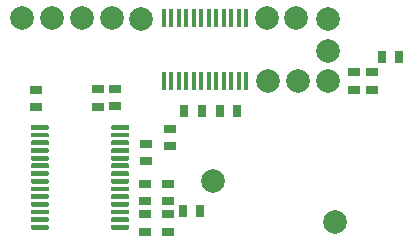
<source format=gbr>
G04 #@! TF.GenerationSoftware,KiCad,Pcbnew,(5.1.5-0-10_14)*
G04 #@! TF.CreationDate,2021-12-27T21:36:10+00:00*
G04 #@! TF.ProjectId,receiver,72656365-6976-4657-922e-6b696361645f,rev?*
G04 #@! TF.SameCoordinates,Original*
G04 #@! TF.FileFunction,Paste,Top*
G04 #@! TF.FilePolarity,Positive*
%FSLAX46Y46*%
G04 Gerber Fmt 4.6, Leading zero omitted, Abs format (unit mm)*
G04 Created by KiCad (PCBNEW (5.1.5-0-10_14)) date 2021-12-27 21:36:10*
%MOMM*%
%LPD*%
G04 APERTURE LIST*
%ADD10R,1.000000X0.700000*%
%ADD11R,0.400000X1.600000*%
%ADD12C,2.000000*%
%ADD13R,0.700000X1.000000*%
%ADD14C,0.100000*%
G04 APERTURE END LIST*
D10*
X44000000Y-175410000D03*
X44000000Y-176910000D03*
D11*
X48100000Y-169452000D03*
X48735000Y-169452000D03*
X49370000Y-169452000D03*
X50005000Y-169452000D03*
X50640000Y-169452000D03*
X51275000Y-169452000D03*
X51910000Y-169452000D03*
X52545000Y-169452000D03*
X53180000Y-169452000D03*
X53815000Y-169452000D03*
X54450000Y-169452000D03*
X55100000Y-169452000D03*
X55085000Y-174752000D03*
X54450000Y-174752000D03*
X53815000Y-174752000D03*
X53180000Y-174752000D03*
X52545000Y-174752000D03*
X51910000Y-174752000D03*
X51275000Y-174752000D03*
X50640000Y-174752000D03*
X50005000Y-174752000D03*
X49370000Y-174752000D03*
X48735000Y-174752000D03*
X48100000Y-174752000D03*
D12*
X61976000Y-172212000D03*
X61976000Y-174752000D03*
X61976000Y-169500000D03*
D13*
X68048000Y-172720000D03*
X66548000Y-172720000D03*
D12*
X36068000Y-169418000D03*
X52260000Y-183210000D03*
X62610000Y-186710000D03*
X56896000Y-174752000D03*
X59436000Y-174752000D03*
X56850000Y-169440000D03*
X59330000Y-169450000D03*
X46170000Y-169490000D03*
X41148000Y-169418000D03*
X38608000Y-169418000D03*
X43688000Y-169418000D03*
D13*
X54332000Y-177292000D03*
X52832000Y-177292000D03*
D10*
X64190000Y-175540000D03*
X64190000Y-174040000D03*
X65720000Y-175510000D03*
X65720000Y-174010000D03*
X42490000Y-175450000D03*
X42490000Y-176950000D03*
X46630000Y-180080000D03*
X46630000Y-181580000D03*
X46550000Y-186060000D03*
X46550000Y-187560000D03*
D13*
X49690000Y-185810000D03*
X51190000Y-185810000D03*
D10*
X48450000Y-184950000D03*
X48450000Y-183450000D03*
X48600000Y-178800000D03*
X48600000Y-180300000D03*
X48420000Y-187550000D03*
X48420000Y-186050000D03*
X46550000Y-183450000D03*
X46550000Y-184950000D03*
D13*
X49808000Y-177292000D03*
X51308000Y-177292000D03*
D10*
X37250000Y-175500000D03*
X37250000Y-177000000D03*
D14*
G36*
X38259802Y-186950482D02*
G01*
X38269509Y-186951921D01*
X38279028Y-186954306D01*
X38288268Y-186957612D01*
X38297140Y-186961808D01*
X38305557Y-186966853D01*
X38313439Y-186972699D01*
X38320711Y-186979289D01*
X38327301Y-186986561D01*
X38333147Y-186994443D01*
X38338192Y-187002860D01*
X38342388Y-187011732D01*
X38345694Y-187020972D01*
X38348079Y-187030491D01*
X38349518Y-187040198D01*
X38350000Y-187050000D01*
X38350000Y-187250000D01*
X38349518Y-187259802D01*
X38348079Y-187269509D01*
X38345694Y-187279028D01*
X38342388Y-187288268D01*
X38338192Y-187297140D01*
X38333147Y-187305557D01*
X38327301Y-187313439D01*
X38320711Y-187320711D01*
X38313439Y-187327301D01*
X38305557Y-187333147D01*
X38297140Y-187338192D01*
X38288268Y-187342388D01*
X38279028Y-187345694D01*
X38269509Y-187348079D01*
X38259802Y-187349518D01*
X38250000Y-187350000D01*
X36950000Y-187350000D01*
X36940198Y-187349518D01*
X36930491Y-187348079D01*
X36920972Y-187345694D01*
X36911732Y-187342388D01*
X36902860Y-187338192D01*
X36894443Y-187333147D01*
X36886561Y-187327301D01*
X36879289Y-187320711D01*
X36872699Y-187313439D01*
X36866853Y-187305557D01*
X36861808Y-187297140D01*
X36857612Y-187288268D01*
X36854306Y-187279028D01*
X36851921Y-187269509D01*
X36850482Y-187259802D01*
X36850000Y-187250000D01*
X36850000Y-187050000D01*
X36850482Y-187040198D01*
X36851921Y-187030491D01*
X36854306Y-187020972D01*
X36857612Y-187011732D01*
X36861808Y-187002860D01*
X36866853Y-186994443D01*
X36872699Y-186986561D01*
X36879289Y-186979289D01*
X36886561Y-186972699D01*
X36894443Y-186966853D01*
X36902860Y-186961808D01*
X36911732Y-186957612D01*
X36920972Y-186954306D01*
X36930491Y-186951921D01*
X36940198Y-186950482D01*
X36950000Y-186950000D01*
X38250000Y-186950000D01*
X38259802Y-186950482D01*
G37*
G36*
X38259802Y-186300482D02*
G01*
X38269509Y-186301921D01*
X38279028Y-186304306D01*
X38288268Y-186307612D01*
X38297140Y-186311808D01*
X38305557Y-186316853D01*
X38313439Y-186322699D01*
X38320711Y-186329289D01*
X38327301Y-186336561D01*
X38333147Y-186344443D01*
X38338192Y-186352860D01*
X38342388Y-186361732D01*
X38345694Y-186370972D01*
X38348079Y-186380491D01*
X38349518Y-186390198D01*
X38350000Y-186400000D01*
X38350000Y-186600000D01*
X38349518Y-186609802D01*
X38348079Y-186619509D01*
X38345694Y-186629028D01*
X38342388Y-186638268D01*
X38338192Y-186647140D01*
X38333147Y-186655557D01*
X38327301Y-186663439D01*
X38320711Y-186670711D01*
X38313439Y-186677301D01*
X38305557Y-186683147D01*
X38297140Y-186688192D01*
X38288268Y-186692388D01*
X38279028Y-186695694D01*
X38269509Y-186698079D01*
X38259802Y-186699518D01*
X38250000Y-186700000D01*
X36950000Y-186700000D01*
X36940198Y-186699518D01*
X36930491Y-186698079D01*
X36920972Y-186695694D01*
X36911732Y-186692388D01*
X36902860Y-186688192D01*
X36894443Y-186683147D01*
X36886561Y-186677301D01*
X36879289Y-186670711D01*
X36872699Y-186663439D01*
X36866853Y-186655557D01*
X36861808Y-186647140D01*
X36857612Y-186638268D01*
X36854306Y-186629028D01*
X36851921Y-186619509D01*
X36850482Y-186609802D01*
X36850000Y-186600000D01*
X36850000Y-186400000D01*
X36850482Y-186390198D01*
X36851921Y-186380491D01*
X36854306Y-186370972D01*
X36857612Y-186361732D01*
X36861808Y-186352860D01*
X36866853Y-186344443D01*
X36872699Y-186336561D01*
X36879289Y-186329289D01*
X36886561Y-186322699D01*
X36894443Y-186316853D01*
X36902860Y-186311808D01*
X36911732Y-186307612D01*
X36920972Y-186304306D01*
X36930491Y-186301921D01*
X36940198Y-186300482D01*
X36950000Y-186300000D01*
X38250000Y-186300000D01*
X38259802Y-186300482D01*
G37*
G36*
X38259802Y-185650482D02*
G01*
X38269509Y-185651921D01*
X38279028Y-185654306D01*
X38288268Y-185657612D01*
X38297140Y-185661808D01*
X38305557Y-185666853D01*
X38313439Y-185672699D01*
X38320711Y-185679289D01*
X38327301Y-185686561D01*
X38333147Y-185694443D01*
X38338192Y-185702860D01*
X38342388Y-185711732D01*
X38345694Y-185720972D01*
X38348079Y-185730491D01*
X38349518Y-185740198D01*
X38350000Y-185750000D01*
X38350000Y-185950000D01*
X38349518Y-185959802D01*
X38348079Y-185969509D01*
X38345694Y-185979028D01*
X38342388Y-185988268D01*
X38338192Y-185997140D01*
X38333147Y-186005557D01*
X38327301Y-186013439D01*
X38320711Y-186020711D01*
X38313439Y-186027301D01*
X38305557Y-186033147D01*
X38297140Y-186038192D01*
X38288268Y-186042388D01*
X38279028Y-186045694D01*
X38269509Y-186048079D01*
X38259802Y-186049518D01*
X38250000Y-186050000D01*
X36950000Y-186050000D01*
X36940198Y-186049518D01*
X36930491Y-186048079D01*
X36920972Y-186045694D01*
X36911732Y-186042388D01*
X36902860Y-186038192D01*
X36894443Y-186033147D01*
X36886561Y-186027301D01*
X36879289Y-186020711D01*
X36872699Y-186013439D01*
X36866853Y-186005557D01*
X36861808Y-185997140D01*
X36857612Y-185988268D01*
X36854306Y-185979028D01*
X36851921Y-185969509D01*
X36850482Y-185959802D01*
X36850000Y-185950000D01*
X36850000Y-185750000D01*
X36850482Y-185740198D01*
X36851921Y-185730491D01*
X36854306Y-185720972D01*
X36857612Y-185711732D01*
X36861808Y-185702860D01*
X36866853Y-185694443D01*
X36872699Y-185686561D01*
X36879289Y-185679289D01*
X36886561Y-185672699D01*
X36894443Y-185666853D01*
X36902860Y-185661808D01*
X36911732Y-185657612D01*
X36920972Y-185654306D01*
X36930491Y-185651921D01*
X36940198Y-185650482D01*
X36950000Y-185650000D01*
X38250000Y-185650000D01*
X38259802Y-185650482D01*
G37*
G36*
X38259802Y-185000482D02*
G01*
X38269509Y-185001921D01*
X38279028Y-185004306D01*
X38288268Y-185007612D01*
X38297140Y-185011808D01*
X38305557Y-185016853D01*
X38313439Y-185022699D01*
X38320711Y-185029289D01*
X38327301Y-185036561D01*
X38333147Y-185044443D01*
X38338192Y-185052860D01*
X38342388Y-185061732D01*
X38345694Y-185070972D01*
X38348079Y-185080491D01*
X38349518Y-185090198D01*
X38350000Y-185100000D01*
X38350000Y-185300000D01*
X38349518Y-185309802D01*
X38348079Y-185319509D01*
X38345694Y-185329028D01*
X38342388Y-185338268D01*
X38338192Y-185347140D01*
X38333147Y-185355557D01*
X38327301Y-185363439D01*
X38320711Y-185370711D01*
X38313439Y-185377301D01*
X38305557Y-185383147D01*
X38297140Y-185388192D01*
X38288268Y-185392388D01*
X38279028Y-185395694D01*
X38269509Y-185398079D01*
X38259802Y-185399518D01*
X38250000Y-185400000D01*
X36950000Y-185400000D01*
X36940198Y-185399518D01*
X36930491Y-185398079D01*
X36920972Y-185395694D01*
X36911732Y-185392388D01*
X36902860Y-185388192D01*
X36894443Y-185383147D01*
X36886561Y-185377301D01*
X36879289Y-185370711D01*
X36872699Y-185363439D01*
X36866853Y-185355557D01*
X36861808Y-185347140D01*
X36857612Y-185338268D01*
X36854306Y-185329028D01*
X36851921Y-185319509D01*
X36850482Y-185309802D01*
X36850000Y-185300000D01*
X36850000Y-185100000D01*
X36850482Y-185090198D01*
X36851921Y-185080491D01*
X36854306Y-185070972D01*
X36857612Y-185061732D01*
X36861808Y-185052860D01*
X36866853Y-185044443D01*
X36872699Y-185036561D01*
X36879289Y-185029289D01*
X36886561Y-185022699D01*
X36894443Y-185016853D01*
X36902860Y-185011808D01*
X36911732Y-185007612D01*
X36920972Y-185004306D01*
X36930491Y-185001921D01*
X36940198Y-185000482D01*
X36950000Y-185000000D01*
X38250000Y-185000000D01*
X38259802Y-185000482D01*
G37*
G36*
X38259802Y-184350482D02*
G01*
X38269509Y-184351921D01*
X38279028Y-184354306D01*
X38288268Y-184357612D01*
X38297140Y-184361808D01*
X38305557Y-184366853D01*
X38313439Y-184372699D01*
X38320711Y-184379289D01*
X38327301Y-184386561D01*
X38333147Y-184394443D01*
X38338192Y-184402860D01*
X38342388Y-184411732D01*
X38345694Y-184420972D01*
X38348079Y-184430491D01*
X38349518Y-184440198D01*
X38350000Y-184450000D01*
X38350000Y-184650000D01*
X38349518Y-184659802D01*
X38348079Y-184669509D01*
X38345694Y-184679028D01*
X38342388Y-184688268D01*
X38338192Y-184697140D01*
X38333147Y-184705557D01*
X38327301Y-184713439D01*
X38320711Y-184720711D01*
X38313439Y-184727301D01*
X38305557Y-184733147D01*
X38297140Y-184738192D01*
X38288268Y-184742388D01*
X38279028Y-184745694D01*
X38269509Y-184748079D01*
X38259802Y-184749518D01*
X38250000Y-184750000D01*
X36950000Y-184750000D01*
X36940198Y-184749518D01*
X36930491Y-184748079D01*
X36920972Y-184745694D01*
X36911732Y-184742388D01*
X36902860Y-184738192D01*
X36894443Y-184733147D01*
X36886561Y-184727301D01*
X36879289Y-184720711D01*
X36872699Y-184713439D01*
X36866853Y-184705557D01*
X36861808Y-184697140D01*
X36857612Y-184688268D01*
X36854306Y-184679028D01*
X36851921Y-184669509D01*
X36850482Y-184659802D01*
X36850000Y-184650000D01*
X36850000Y-184450000D01*
X36850482Y-184440198D01*
X36851921Y-184430491D01*
X36854306Y-184420972D01*
X36857612Y-184411732D01*
X36861808Y-184402860D01*
X36866853Y-184394443D01*
X36872699Y-184386561D01*
X36879289Y-184379289D01*
X36886561Y-184372699D01*
X36894443Y-184366853D01*
X36902860Y-184361808D01*
X36911732Y-184357612D01*
X36920972Y-184354306D01*
X36930491Y-184351921D01*
X36940198Y-184350482D01*
X36950000Y-184350000D01*
X38250000Y-184350000D01*
X38259802Y-184350482D01*
G37*
G36*
X38259802Y-183700482D02*
G01*
X38269509Y-183701921D01*
X38279028Y-183704306D01*
X38288268Y-183707612D01*
X38297140Y-183711808D01*
X38305557Y-183716853D01*
X38313439Y-183722699D01*
X38320711Y-183729289D01*
X38327301Y-183736561D01*
X38333147Y-183744443D01*
X38338192Y-183752860D01*
X38342388Y-183761732D01*
X38345694Y-183770972D01*
X38348079Y-183780491D01*
X38349518Y-183790198D01*
X38350000Y-183800000D01*
X38350000Y-184000000D01*
X38349518Y-184009802D01*
X38348079Y-184019509D01*
X38345694Y-184029028D01*
X38342388Y-184038268D01*
X38338192Y-184047140D01*
X38333147Y-184055557D01*
X38327301Y-184063439D01*
X38320711Y-184070711D01*
X38313439Y-184077301D01*
X38305557Y-184083147D01*
X38297140Y-184088192D01*
X38288268Y-184092388D01*
X38279028Y-184095694D01*
X38269509Y-184098079D01*
X38259802Y-184099518D01*
X38250000Y-184100000D01*
X36950000Y-184100000D01*
X36940198Y-184099518D01*
X36930491Y-184098079D01*
X36920972Y-184095694D01*
X36911732Y-184092388D01*
X36902860Y-184088192D01*
X36894443Y-184083147D01*
X36886561Y-184077301D01*
X36879289Y-184070711D01*
X36872699Y-184063439D01*
X36866853Y-184055557D01*
X36861808Y-184047140D01*
X36857612Y-184038268D01*
X36854306Y-184029028D01*
X36851921Y-184019509D01*
X36850482Y-184009802D01*
X36850000Y-184000000D01*
X36850000Y-183800000D01*
X36850482Y-183790198D01*
X36851921Y-183780491D01*
X36854306Y-183770972D01*
X36857612Y-183761732D01*
X36861808Y-183752860D01*
X36866853Y-183744443D01*
X36872699Y-183736561D01*
X36879289Y-183729289D01*
X36886561Y-183722699D01*
X36894443Y-183716853D01*
X36902860Y-183711808D01*
X36911732Y-183707612D01*
X36920972Y-183704306D01*
X36930491Y-183701921D01*
X36940198Y-183700482D01*
X36950000Y-183700000D01*
X38250000Y-183700000D01*
X38259802Y-183700482D01*
G37*
G36*
X38259802Y-183050482D02*
G01*
X38269509Y-183051921D01*
X38279028Y-183054306D01*
X38288268Y-183057612D01*
X38297140Y-183061808D01*
X38305557Y-183066853D01*
X38313439Y-183072699D01*
X38320711Y-183079289D01*
X38327301Y-183086561D01*
X38333147Y-183094443D01*
X38338192Y-183102860D01*
X38342388Y-183111732D01*
X38345694Y-183120972D01*
X38348079Y-183130491D01*
X38349518Y-183140198D01*
X38350000Y-183150000D01*
X38350000Y-183350000D01*
X38349518Y-183359802D01*
X38348079Y-183369509D01*
X38345694Y-183379028D01*
X38342388Y-183388268D01*
X38338192Y-183397140D01*
X38333147Y-183405557D01*
X38327301Y-183413439D01*
X38320711Y-183420711D01*
X38313439Y-183427301D01*
X38305557Y-183433147D01*
X38297140Y-183438192D01*
X38288268Y-183442388D01*
X38279028Y-183445694D01*
X38269509Y-183448079D01*
X38259802Y-183449518D01*
X38250000Y-183450000D01*
X36950000Y-183450000D01*
X36940198Y-183449518D01*
X36930491Y-183448079D01*
X36920972Y-183445694D01*
X36911732Y-183442388D01*
X36902860Y-183438192D01*
X36894443Y-183433147D01*
X36886561Y-183427301D01*
X36879289Y-183420711D01*
X36872699Y-183413439D01*
X36866853Y-183405557D01*
X36861808Y-183397140D01*
X36857612Y-183388268D01*
X36854306Y-183379028D01*
X36851921Y-183369509D01*
X36850482Y-183359802D01*
X36850000Y-183350000D01*
X36850000Y-183150000D01*
X36850482Y-183140198D01*
X36851921Y-183130491D01*
X36854306Y-183120972D01*
X36857612Y-183111732D01*
X36861808Y-183102860D01*
X36866853Y-183094443D01*
X36872699Y-183086561D01*
X36879289Y-183079289D01*
X36886561Y-183072699D01*
X36894443Y-183066853D01*
X36902860Y-183061808D01*
X36911732Y-183057612D01*
X36920972Y-183054306D01*
X36930491Y-183051921D01*
X36940198Y-183050482D01*
X36950000Y-183050000D01*
X38250000Y-183050000D01*
X38259802Y-183050482D01*
G37*
G36*
X38259802Y-182400482D02*
G01*
X38269509Y-182401921D01*
X38279028Y-182404306D01*
X38288268Y-182407612D01*
X38297140Y-182411808D01*
X38305557Y-182416853D01*
X38313439Y-182422699D01*
X38320711Y-182429289D01*
X38327301Y-182436561D01*
X38333147Y-182444443D01*
X38338192Y-182452860D01*
X38342388Y-182461732D01*
X38345694Y-182470972D01*
X38348079Y-182480491D01*
X38349518Y-182490198D01*
X38350000Y-182500000D01*
X38350000Y-182700000D01*
X38349518Y-182709802D01*
X38348079Y-182719509D01*
X38345694Y-182729028D01*
X38342388Y-182738268D01*
X38338192Y-182747140D01*
X38333147Y-182755557D01*
X38327301Y-182763439D01*
X38320711Y-182770711D01*
X38313439Y-182777301D01*
X38305557Y-182783147D01*
X38297140Y-182788192D01*
X38288268Y-182792388D01*
X38279028Y-182795694D01*
X38269509Y-182798079D01*
X38259802Y-182799518D01*
X38250000Y-182800000D01*
X36950000Y-182800000D01*
X36940198Y-182799518D01*
X36930491Y-182798079D01*
X36920972Y-182795694D01*
X36911732Y-182792388D01*
X36902860Y-182788192D01*
X36894443Y-182783147D01*
X36886561Y-182777301D01*
X36879289Y-182770711D01*
X36872699Y-182763439D01*
X36866853Y-182755557D01*
X36861808Y-182747140D01*
X36857612Y-182738268D01*
X36854306Y-182729028D01*
X36851921Y-182719509D01*
X36850482Y-182709802D01*
X36850000Y-182700000D01*
X36850000Y-182500000D01*
X36850482Y-182490198D01*
X36851921Y-182480491D01*
X36854306Y-182470972D01*
X36857612Y-182461732D01*
X36861808Y-182452860D01*
X36866853Y-182444443D01*
X36872699Y-182436561D01*
X36879289Y-182429289D01*
X36886561Y-182422699D01*
X36894443Y-182416853D01*
X36902860Y-182411808D01*
X36911732Y-182407612D01*
X36920972Y-182404306D01*
X36930491Y-182401921D01*
X36940198Y-182400482D01*
X36950000Y-182400000D01*
X38250000Y-182400000D01*
X38259802Y-182400482D01*
G37*
G36*
X38259802Y-181750482D02*
G01*
X38269509Y-181751921D01*
X38279028Y-181754306D01*
X38288268Y-181757612D01*
X38297140Y-181761808D01*
X38305557Y-181766853D01*
X38313439Y-181772699D01*
X38320711Y-181779289D01*
X38327301Y-181786561D01*
X38333147Y-181794443D01*
X38338192Y-181802860D01*
X38342388Y-181811732D01*
X38345694Y-181820972D01*
X38348079Y-181830491D01*
X38349518Y-181840198D01*
X38350000Y-181850000D01*
X38350000Y-182050000D01*
X38349518Y-182059802D01*
X38348079Y-182069509D01*
X38345694Y-182079028D01*
X38342388Y-182088268D01*
X38338192Y-182097140D01*
X38333147Y-182105557D01*
X38327301Y-182113439D01*
X38320711Y-182120711D01*
X38313439Y-182127301D01*
X38305557Y-182133147D01*
X38297140Y-182138192D01*
X38288268Y-182142388D01*
X38279028Y-182145694D01*
X38269509Y-182148079D01*
X38259802Y-182149518D01*
X38250000Y-182150000D01*
X36950000Y-182150000D01*
X36940198Y-182149518D01*
X36930491Y-182148079D01*
X36920972Y-182145694D01*
X36911732Y-182142388D01*
X36902860Y-182138192D01*
X36894443Y-182133147D01*
X36886561Y-182127301D01*
X36879289Y-182120711D01*
X36872699Y-182113439D01*
X36866853Y-182105557D01*
X36861808Y-182097140D01*
X36857612Y-182088268D01*
X36854306Y-182079028D01*
X36851921Y-182069509D01*
X36850482Y-182059802D01*
X36850000Y-182050000D01*
X36850000Y-181850000D01*
X36850482Y-181840198D01*
X36851921Y-181830491D01*
X36854306Y-181820972D01*
X36857612Y-181811732D01*
X36861808Y-181802860D01*
X36866853Y-181794443D01*
X36872699Y-181786561D01*
X36879289Y-181779289D01*
X36886561Y-181772699D01*
X36894443Y-181766853D01*
X36902860Y-181761808D01*
X36911732Y-181757612D01*
X36920972Y-181754306D01*
X36930491Y-181751921D01*
X36940198Y-181750482D01*
X36950000Y-181750000D01*
X38250000Y-181750000D01*
X38259802Y-181750482D01*
G37*
G36*
X38259802Y-181100482D02*
G01*
X38269509Y-181101921D01*
X38279028Y-181104306D01*
X38288268Y-181107612D01*
X38297140Y-181111808D01*
X38305557Y-181116853D01*
X38313439Y-181122699D01*
X38320711Y-181129289D01*
X38327301Y-181136561D01*
X38333147Y-181144443D01*
X38338192Y-181152860D01*
X38342388Y-181161732D01*
X38345694Y-181170972D01*
X38348079Y-181180491D01*
X38349518Y-181190198D01*
X38350000Y-181200000D01*
X38350000Y-181400000D01*
X38349518Y-181409802D01*
X38348079Y-181419509D01*
X38345694Y-181429028D01*
X38342388Y-181438268D01*
X38338192Y-181447140D01*
X38333147Y-181455557D01*
X38327301Y-181463439D01*
X38320711Y-181470711D01*
X38313439Y-181477301D01*
X38305557Y-181483147D01*
X38297140Y-181488192D01*
X38288268Y-181492388D01*
X38279028Y-181495694D01*
X38269509Y-181498079D01*
X38259802Y-181499518D01*
X38250000Y-181500000D01*
X36950000Y-181500000D01*
X36940198Y-181499518D01*
X36930491Y-181498079D01*
X36920972Y-181495694D01*
X36911732Y-181492388D01*
X36902860Y-181488192D01*
X36894443Y-181483147D01*
X36886561Y-181477301D01*
X36879289Y-181470711D01*
X36872699Y-181463439D01*
X36866853Y-181455557D01*
X36861808Y-181447140D01*
X36857612Y-181438268D01*
X36854306Y-181429028D01*
X36851921Y-181419509D01*
X36850482Y-181409802D01*
X36850000Y-181400000D01*
X36850000Y-181200000D01*
X36850482Y-181190198D01*
X36851921Y-181180491D01*
X36854306Y-181170972D01*
X36857612Y-181161732D01*
X36861808Y-181152860D01*
X36866853Y-181144443D01*
X36872699Y-181136561D01*
X36879289Y-181129289D01*
X36886561Y-181122699D01*
X36894443Y-181116853D01*
X36902860Y-181111808D01*
X36911732Y-181107612D01*
X36920972Y-181104306D01*
X36930491Y-181101921D01*
X36940198Y-181100482D01*
X36950000Y-181100000D01*
X38250000Y-181100000D01*
X38259802Y-181100482D01*
G37*
G36*
X38259802Y-180450482D02*
G01*
X38269509Y-180451921D01*
X38279028Y-180454306D01*
X38288268Y-180457612D01*
X38297140Y-180461808D01*
X38305557Y-180466853D01*
X38313439Y-180472699D01*
X38320711Y-180479289D01*
X38327301Y-180486561D01*
X38333147Y-180494443D01*
X38338192Y-180502860D01*
X38342388Y-180511732D01*
X38345694Y-180520972D01*
X38348079Y-180530491D01*
X38349518Y-180540198D01*
X38350000Y-180550000D01*
X38350000Y-180750000D01*
X38349518Y-180759802D01*
X38348079Y-180769509D01*
X38345694Y-180779028D01*
X38342388Y-180788268D01*
X38338192Y-180797140D01*
X38333147Y-180805557D01*
X38327301Y-180813439D01*
X38320711Y-180820711D01*
X38313439Y-180827301D01*
X38305557Y-180833147D01*
X38297140Y-180838192D01*
X38288268Y-180842388D01*
X38279028Y-180845694D01*
X38269509Y-180848079D01*
X38259802Y-180849518D01*
X38250000Y-180850000D01*
X36950000Y-180850000D01*
X36940198Y-180849518D01*
X36930491Y-180848079D01*
X36920972Y-180845694D01*
X36911732Y-180842388D01*
X36902860Y-180838192D01*
X36894443Y-180833147D01*
X36886561Y-180827301D01*
X36879289Y-180820711D01*
X36872699Y-180813439D01*
X36866853Y-180805557D01*
X36861808Y-180797140D01*
X36857612Y-180788268D01*
X36854306Y-180779028D01*
X36851921Y-180769509D01*
X36850482Y-180759802D01*
X36850000Y-180750000D01*
X36850000Y-180550000D01*
X36850482Y-180540198D01*
X36851921Y-180530491D01*
X36854306Y-180520972D01*
X36857612Y-180511732D01*
X36861808Y-180502860D01*
X36866853Y-180494443D01*
X36872699Y-180486561D01*
X36879289Y-180479289D01*
X36886561Y-180472699D01*
X36894443Y-180466853D01*
X36902860Y-180461808D01*
X36911732Y-180457612D01*
X36920972Y-180454306D01*
X36930491Y-180451921D01*
X36940198Y-180450482D01*
X36950000Y-180450000D01*
X38250000Y-180450000D01*
X38259802Y-180450482D01*
G37*
G36*
X38259802Y-179800482D02*
G01*
X38269509Y-179801921D01*
X38279028Y-179804306D01*
X38288268Y-179807612D01*
X38297140Y-179811808D01*
X38305557Y-179816853D01*
X38313439Y-179822699D01*
X38320711Y-179829289D01*
X38327301Y-179836561D01*
X38333147Y-179844443D01*
X38338192Y-179852860D01*
X38342388Y-179861732D01*
X38345694Y-179870972D01*
X38348079Y-179880491D01*
X38349518Y-179890198D01*
X38350000Y-179900000D01*
X38350000Y-180100000D01*
X38349518Y-180109802D01*
X38348079Y-180119509D01*
X38345694Y-180129028D01*
X38342388Y-180138268D01*
X38338192Y-180147140D01*
X38333147Y-180155557D01*
X38327301Y-180163439D01*
X38320711Y-180170711D01*
X38313439Y-180177301D01*
X38305557Y-180183147D01*
X38297140Y-180188192D01*
X38288268Y-180192388D01*
X38279028Y-180195694D01*
X38269509Y-180198079D01*
X38259802Y-180199518D01*
X38250000Y-180200000D01*
X36950000Y-180200000D01*
X36940198Y-180199518D01*
X36930491Y-180198079D01*
X36920972Y-180195694D01*
X36911732Y-180192388D01*
X36902860Y-180188192D01*
X36894443Y-180183147D01*
X36886561Y-180177301D01*
X36879289Y-180170711D01*
X36872699Y-180163439D01*
X36866853Y-180155557D01*
X36861808Y-180147140D01*
X36857612Y-180138268D01*
X36854306Y-180129028D01*
X36851921Y-180119509D01*
X36850482Y-180109802D01*
X36850000Y-180100000D01*
X36850000Y-179900000D01*
X36850482Y-179890198D01*
X36851921Y-179880491D01*
X36854306Y-179870972D01*
X36857612Y-179861732D01*
X36861808Y-179852860D01*
X36866853Y-179844443D01*
X36872699Y-179836561D01*
X36879289Y-179829289D01*
X36886561Y-179822699D01*
X36894443Y-179816853D01*
X36902860Y-179811808D01*
X36911732Y-179807612D01*
X36920972Y-179804306D01*
X36930491Y-179801921D01*
X36940198Y-179800482D01*
X36950000Y-179800000D01*
X38250000Y-179800000D01*
X38259802Y-179800482D01*
G37*
G36*
X38259802Y-179150482D02*
G01*
X38269509Y-179151921D01*
X38279028Y-179154306D01*
X38288268Y-179157612D01*
X38297140Y-179161808D01*
X38305557Y-179166853D01*
X38313439Y-179172699D01*
X38320711Y-179179289D01*
X38327301Y-179186561D01*
X38333147Y-179194443D01*
X38338192Y-179202860D01*
X38342388Y-179211732D01*
X38345694Y-179220972D01*
X38348079Y-179230491D01*
X38349518Y-179240198D01*
X38350000Y-179250000D01*
X38350000Y-179450000D01*
X38349518Y-179459802D01*
X38348079Y-179469509D01*
X38345694Y-179479028D01*
X38342388Y-179488268D01*
X38338192Y-179497140D01*
X38333147Y-179505557D01*
X38327301Y-179513439D01*
X38320711Y-179520711D01*
X38313439Y-179527301D01*
X38305557Y-179533147D01*
X38297140Y-179538192D01*
X38288268Y-179542388D01*
X38279028Y-179545694D01*
X38269509Y-179548079D01*
X38259802Y-179549518D01*
X38250000Y-179550000D01*
X36950000Y-179550000D01*
X36940198Y-179549518D01*
X36930491Y-179548079D01*
X36920972Y-179545694D01*
X36911732Y-179542388D01*
X36902860Y-179538192D01*
X36894443Y-179533147D01*
X36886561Y-179527301D01*
X36879289Y-179520711D01*
X36872699Y-179513439D01*
X36866853Y-179505557D01*
X36861808Y-179497140D01*
X36857612Y-179488268D01*
X36854306Y-179479028D01*
X36851921Y-179469509D01*
X36850482Y-179459802D01*
X36850000Y-179450000D01*
X36850000Y-179250000D01*
X36850482Y-179240198D01*
X36851921Y-179230491D01*
X36854306Y-179220972D01*
X36857612Y-179211732D01*
X36861808Y-179202860D01*
X36866853Y-179194443D01*
X36872699Y-179186561D01*
X36879289Y-179179289D01*
X36886561Y-179172699D01*
X36894443Y-179166853D01*
X36902860Y-179161808D01*
X36911732Y-179157612D01*
X36920972Y-179154306D01*
X36930491Y-179151921D01*
X36940198Y-179150482D01*
X36950000Y-179150000D01*
X38250000Y-179150000D01*
X38259802Y-179150482D01*
G37*
G36*
X38259802Y-178500482D02*
G01*
X38269509Y-178501921D01*
X38279028Y-178504306D01*
X38288268Y-178507612D01*
X38297140Y-178511808D01*
X38305557Y-178516853D01*
X38313439Y-178522699D01*
X38320711Y-178529289D01*
X38327301Y-178536561D01*
X38333147Y-178544443D01*
X38338192Y-178552860D01*
X38342388Y-178561732D01*
X38345694Y-178570972D01*
X38348079Y-178580491D01*
X38349518Y-178590198D01*
X38350000Y-178600000D01*
X38350000Y-178800000D01*
X38349518Y-178809802D01*
X38348079Y-178819509D01*
X38345694Y-178829028D01*
X38342388Y-178838268D01*
X38338192Y-178847140D01*
X38333147Y-178855557D01*
X38327301Y-178863439D01*
X38320711Y-178870711D01*
X38313439Y-178877301D01*
X38305557Y-178883147D01*
X38297140Y-178888192D01*
X38288268Y-178892388D01*
X38279028Y-178895694D01*
X38269509Y-178898079D01*
X38259802Y-178899518D01*
X38250000Y-178900000D01*
X36950000Y-178900000D01*
X36940198Y-178899518D01*
X36930491Y-178898079D01*
X36920972Y-178895694D01*
X36911732Y-178892388D01*
X36902860Y-178888192D01*
X36894443Y-178883147D01*
X36886561Y-178877301D01*
X36879289Y-178870711D01*
X36872699Y-178863439D01*
X36866853Y-178855557D01*
X36861808Y-178847140D01*
X36857612Y-178838268D01*
X36854306Y-178829028D01*
X36851921Y-178819509D01*
X36850482Y-178809802D01*
X36850000Y-178800000D01*
X36850000Y-178600000D01*
X36850482Y-178590198D01*
X36851921Y-178580491D01*
X36854306Y-178570972D01*
X36857612Y-178561732D01*
X36861808Y-178552860D01*
X36866853Y-178544443D01*
X36872699Y-178536561D01*
X36879289Y-178529289D01*
X36886561Y-178522699D01*
X36894443Y-178516853D01*
X36902860Y-178511808D01*
X36911732Y-178507612D01*
X36920972Y-178504306D01*
X36930491Y-178501921D01*
X36940198Y-178500482D01*
X36950000Y-178500000D01*
X38250000Y-178500000D01*
X38259802Y-178500482D01*
G37*
G36*
X45059802Y-178500482D02*
G01*
X45069509Y-178501921D01*
X45079028Y-178504306D01*
X45088268Y-178507612D01*
X45097140Y-178511808D01*
X45105557Y-178516853D01*
X45113439Y-178522699D01*
X45120711Y-178529289D01*
X45127301Y-178536561D01*
X45133147Y-178544443D01*
X45138192Y-178552860D01*
X45142388Y-178561732D01*
X45145694Y-178570972D01*
X45148079Y-178580491D01*
X45149518Y-178590198D01*
X45150000Y-178600000D01*
X45150000Y-178800000D01*
X45149518Y-178809802D01*
X45148079Y-178819509D01*
X45145694Y-178829028D01*
X45142388Y-178838268D01*
X45138192Y-178847140D01*
X45133147Y-178855557D01*
X45127301Y-178863439D01*
X45120711Y-178870711D01*
X45113439Y-178877301D01*
X45105557Y-178883147D01*
X45097140Y-178888192D01*
X45088268Y-178892388D01*
X45079028Y-178895694D01*
X45069509Y-178898079D01*
X45059802Y-178899518D01*
X45050000Y-178900000D01*
X43750000Y-178900000D01*
X43740198Y-178899518D01*
X43730491Y-178898079D01*
X43720972Y-178895694D01*
X43711732Y-178892388D01*
X43702860Y-178888192D01*
X43694443Y-178883147D01*
X43686561Y-178877301D01*
X43679289Y-178870711D01*
X43672699Y-178863439D01*
X43666853Y-178855557D01*
X43661808Y-178847140D01*
X43657612Y-178838268D01*
X43654306Y-178829028D01*
X43651921Y-178819509D01*
X43650482Y-178809802D01*
X43650000Y-178800000D01*
X43650000Y-178600000D01*
X43650482Y-178590198D01*
X43651921Y-178580491D01*
X43654306Y-178570972D01*
X43657612Y-178561732D01*
X43661808Y-178552860D01*
X43666853Y-178544443D01*
X43672699Y-178536561D01*
X43679289Y-178529289D01*
X43686561Y-178522699D01*
X43694443Y-178516853D01*
X43702860Y-178511808D01*
X43711732Y-178507612D01*
X43720972Y-178504306D01*
X43730491Y-178501921D01*
X43740198Y-178500482D01*
X43750000Y-178500000D01*
X45050000Y-178500000D01*
X45059802Y-178500482D01*
G37*
G36*
X45059802Y-179150482D02*
G01*
X45069509Y-179151921D01*
X45079028Y-179154306D01*
X45088268Y-179157612D01*
X45097140Y-179161808D01*
X45105557Y-179166853D01*
X45113439Y-179172699D01*
X45120711Y-179179289D01*
X45127301Y-179186561D01*
X45133147Y-179194443D01*
X45138192Y-179202860D01*
X45142388Y-179211732D01*
X45145694Y-179220972D01*
X45148079Y-179230491D01*
X45149518Y-179240198D01*
X45150000Y-179250000D01*
X45150000Y-179450000D01*
X45149518Y-179459802D01*
X45148079Y-179469509D01*
X45145694Y-179479028D01*
X45142388Y-179488268D01*
X45138192Y-179497140D01*
X45133147Y-179505557D01*
X45127301Y-179513439D01*
X45120711Y-179520711D01*
X45113439Y-179527301D01*
X45105557Y-179533147D01*
X45097140Y-179538192D01*
X45088268Y-179542388D01*
X45079028Y-179545694D01*
X45069509Y-179548079D01*
X45059802Y-179549518D01*
X45050000Y-179550000D01*
X43750000Y-179550000D01*
X43740198Y-179549518D01*
X43730491Y-179548079D01*
X43720972Y-179545694D01*
X43711732Y-179542388D01*
X43702860Y-179538192D01*
X43694443Y-179533147D01*
X43686561Y-179527301D01*
X43679289Y-179520711D01*
X43672699Y-179513439D01*
X43666853Y-179505557D01*
X43661808Y-179497140D01*
X43657612Y-179488268D01*
X43654306Y-179479028D01*
X43651921Y-179469509D01*
X43650482Y-179459802D01*
X43650000Y-179450000D01*
X43650000Y-179250000D01*
X43650482Y-179240198D01*
X43651921Y-179230491D01*
X43654306Y-179220972D01*
X43657612Y-179211732D01*
X43661808Y-179202860D01*
X43666853Y-179194443D01*
X43672699Y-179186561D01*
X43679289Y-179179289D01*
X43686561Y-179172699D01*
X43694443Y-179166853D01*
X43702860Y-179161808D01*
X43711732Y-179157612D01*
X43720972Y-179154306D01*
X43730491Y-179151921D01*
X43740198Y-179150482D01*
X43750000Y-179150000D01*
X45050000Y-179150000D01*
X45059802Y-179150482D01*
G37*
G36*
X45059802Y-179800482D02*
G01*
X45069509Y-179801921D01*
X45079028Y-179804306D01*
X45088268Y-179807612D01*
X45097140Y-179811808D01*
X45105557Y-179816853D01*
X45113439Y-179822699D01*
X45120711Y-179829289D01*
X45127301Y-179836561D01*
X45133147Y-179844443D01*
X45138192Y-179852860D01*
X45142388Y-179861732D01*
X45145694Y-179870972D01*
X45148079Y-179880491D01*
X45149518Y-179890198D01*
X45150000Y-179900000D01*
X45150000Y-180100000D01*
X45149518Y-180109802D01*
X45148079Y-180119509D01*
X45145694Y-180129028D01*
X45142388Y-180138268D01*
X45138192Y-180147140D01*
X45133147Y-180155557D01*
X45127301Y-180163439D01*
X45120711Y-180170711D01*
X45113439Y-180177301D01*
X45105557Y-180183147D01*
X45097140Y-180188192D01*
X45088268Y-180192388D01*
X45079028Y-180195694D01*
X45069509Y-180198079D01*
X45059802Y-180199518D01*
X45050000Y-180200000D01*
X43750000Y-180200000D01*
X43740198Y-180199518D01*
X43730491Y-180198079D01*
X43720972Y-180195694D01*
X43711732Y-180192388D01*
X43702860Y-180188192D01*
X43694443Y-180183147D01*
X43686561Y-180177301D01*
X43679289Y-180170711D01*
X43672699Y-180163439D01*
X43666853Y-180155557D01*
X43661808Y-180147140D01*
X43657612Y-180138268D01*
X43654306Y-180129028D01*
X43651921Y-180119509D01*
X43650482Y-180109802D01*
X43650000Y-180100000D01*
X43650000Y-179900000D01*
X43650482Y-179890198D01*
X43651921Y-179880491D01*
X43654306Y-179870972D01*
X43657612Y-179861732D01*
X43661808Y-179852860D01*
X43666853Y-179844443D01*
X43672699Y-179836561D01*
X43679289Y-179829289D01*
X43686561Y-179822699D01*
X43694443Y-179816853D01*
X43702860Y-179811808D01*
X43711732Y-179807612D01*
X43720972Y-179804306D01*
X43730491Y-179801921D01*
X43740198Y-179800482D01*
X43750000Y-179800000D01*
X45050000Y-179800000D01*
X45059802Y-179800482D01*
G37*
G36*
X45059802Y-180450482D02*
G01*
X45069509Y-180451921D01*
X45079028Y-180454306D01*
X45088268Y-180457612D01*
X45097140Y-180461808D01*
X45105557Y-180466853D01*
X45113439Y-180472699D01*
X45120711Y-180479289D01*
X45127301Y-180486561D01*
X45133147Y-180494443D01*
X45138192Y-180502860D01*
X45142388Y-180511732D01*
X45145694Y-180520972D01*
X45148079Y-180530491D01*
X45149518Y-180540198D01*
X45150000Y-180550000D01*
X45150000Y-180750000D01*
X45149518Y-180759802D01*
X45148079Y-180769509D01*
X45145694Y-180779028D01*
X45142388Y-180788268D01*
X45138192Y-180797140D01*
X45133147Y-180805557D01*
X45127301Y-180813439D01*
X45120711Y-180820711D01*
X45113439Y-180827301D01*
X45105557Y-180833147D01*
X45097140Y-180838192D01*
X45088268Y-180842388D01*
X45079028Y-180845694D01*
X45069509Y-180848079D01*
X45059802Y-180849518D01*
X45050000Y-180850000D01*
X43750000Y-180850000D01*
X43740198Y-180849518D01*
X43730491Y-180848079D01*
X43720972Y-180845694D01*
X43711732Y-180842388D01*
X43702860Y-180838192D01*
X43694443Y-180833147D01*
X43686561Y-180827301D01*
X43679289Y-180820711D01*
X43672699Y-180813439D01*
X43666853Y-180805557D01*
X43661808Y-180797140D01*
X43657612Y-180788268D01*
X43654306Y-180779028D01*
X43651921Y-180769509D01*
X43650482Y-180759802D01*
X43650000Y-180750000D01*
X43650000Y-180550000D01*
X43650482Y-180540198D01*
X43651921Y-180530491D01*
X43654306Y-180520972D01*
X43657612Y-180511732D01*
X43661808Y-180502860D01*
X43666853Y-180494443D01*
X43672699Y-180486561D01*
X43679289Y-180479289D01*
X43686561Y-180472699D01*
X43694443Y-180466853D01*
X43702860Y-180461808D01*
X43711732Y-180457612D01*
X43720972Y-180454306D01*
X43730491Y-180451921D01*
X43740198Y-180450482D01*
X43750000Y-180450000D01*
X45050000Y-180450000D01*
X45059802Y-180450482D01*
G37*
G36*
X45059802Y-181100482D02*
G01*
X45069509Y-181101921D01*
X45079028Y-181104306D01*
X45088268Y-181107612D01*
X45097140Y-181111808D01*
X45105557Y-181116853D01*
X45113439Y-181122699D01*
X45120711Y-181129289D01*
X45127301Y-181136561D01*
X45133147Y-181144443D01*
X45138192Y-181152860D01*
X45142388Y-181161732D01*
X45145694Y-181170972D01*
X45148079Y-181180491D01*
X45149518Y-181190198D01*
X45150000Y-181200000D01*
X45150000Y-181400000D01*
X45149518Y-181409802D01*
X45148079Y-181419509D01*
X45145694Y-181429028D01*
X45142388Y-181438268D01*
X45138192Y-181447140D01*
X45133147Y-181455557D01*
X45127301Y-181463439D01*
X45120711Y-181470711D01*
X45113439Y-181477301D01*
X45105557Y-181483147D01*
X45097140Y-181488192D01*
X45088268Y-181492388D01*
X45079028Y-181495694D01*
X45069509Y-181498079D01*
X45059802Y-181499518D01*
X45050000Y-181500000D01*
X43750000Y-181500000D01*
X43740198Y-181499518D01*
X43730491Y-181498079D01*
X43720972Y-181495694D01*
X43711732Y-181492388D01*
X43702860Y-181488192D01*
X43694443Y-181483147D01*
X43686561Y-181477301D01*
X43679289Y-181470711D01*
X43672699Y-181463439D01*
X43666853Y-181455557D01*
X43661808Y-181447140D01*
X43657612Y-181438268D01*
X43654306Y-181429028D01*
X43651921Y-181419509D01*
X43650482Y-181409802D01*
X43650000Y-181400000D01*
X43650000Y-181200000D01*
X43650482Y-181190198D01*
X43651921Y-181180491D01*
X43654306Y-181170972D01*
X43657612Y-181161732D01*
X43661808Y-181152860D01*
X43666853Y-181144443D01*
X43672699Y-181136561D01*
X43679289Y-181129289D01*
X43686561Y-181122699D01*
X43694443Y-181116853D01*
X43702860Y-181111808D01*
X43711732Y-181107612D01*
X43720972Y-181104306D01*
X43730491Y-181101921D01*
X43740198Y-181100482D01*
X43750000Y-181100000D01*
X45050000Y-181100000D01*
X45059802Y-181100482D01*
G37*
G36*
X45059802Y-181750482D02*
G01*
X45069509Y-181751921D01*
X45079028Y-181754306D01*
X45088268Y-181757612D01*
X45097140Y-181761808D01*
X45105557Y-181766853D01*
X45113439Y-181772699D01*
X45120711Y-181779289D01*
X45127301Y-181786561D01*
X45133147Y-181794443D01*
X45138192Y-181802860D01*
X45142388Y-181811732D01*
X45145694Y-181820972D01*
X45148079Y-181830491D01*
X45149518Y-181840198D01*
X45150000Y-181850000D01*
X45150000Y-182050000D01*
X45149518Y-182059802D01*
X45148079Y-182069509D01*
X45145694Y-182079028D01*
X45142388Y-182088268D01*
X45138192Y-182097140D01*
X45133147Y-182105557D01*
X45127301Y-182113439D01*
X45120711Y-182120711D01*
X45113439Y-182127301D01*
X45105557Y-182133147D01*
X45097140Y-182138192D01*
X45088268Y-182142388D01*
X45079028Y-182145694D01*
X45069509Y-182148079D01*
X45059802Y-182149518D01*
X45050000Y-182150000D01*
X43750000Y-182150000D01*
X43740198Y-182149518D01*
X43730491Y-182148079D01*
X43720972Y-182145694D01*
X43711732Y-182142388D01*
X43702860Y-182138192D01*
X43694443Y-182133147D01*
X43686561Y-182127301D01*
X43679289Y-182120711D01*
X43672699Y-182113439D01*
X43666853Y-182105557D01*
X43661808Y-182097140D01*
X43657612Y-182088268D01*
X43654306Y-182079028D01*
X43651921Y-182069509D01*
X43650482Y-182059802D01*
X43650000Y-182050000D01*
X43650000Y-181850000D01*
X43650482Y-181840198D01*
X43651921Y-181830491D01*
X43654306Y-181820972D01*
X43657612Y-181811732D01*
X43661808Y-181802860D01*
X43666853Y-181794443D01*
X43672699Y-181786561D01*
X43679289Y-181779289D01*
X43686561Y-181772699D01*
X43694443Y-181766853D01*
X43702860Y-181761808D01*
X43711732Y-181757612D01*
X43720972Y-181754306D01*
X43730491Y-181751921D01*
X43740198Y-181750482D01*
X43750000Y-181750000D01*
X45050000Y-181750000D01*
X45059802Y-181750482D01*
G37*
G36*
X45059802Y-182400482D02*
G01*
X45069509Y-182401921D01*
X45079028Y-182404306D01*
X45088268Y-182407612D01*
X45097140Y-182411808D01*
X45105557Y-182416853D01*
X45113439Y-182422699D01*
X45120711Y-182429289D01*
X45127301Y-182436561D01*
X45133147Y-182444443D01*
X45138192Y-182452860D01*
X45142388Y-182461732D01*
X45145694Y-182470972D01*
X45148079Y-182480491D01*
X45149518Y-182490198D01*
X45150000Y-182500000D01*
X45150000Y-182700000D01*
X45149518Y-182709802D01*
X45148079Y-182719509D01*
X45145694Y-182729028D01*
X45142388Y-182738268D01*
X45138192Y-182747140D01*
X45133147Y-182755557D01*
X45127301Y-182763439D01*
X45120711Y-182770711D01*
X45113439Y-182777301D01*
X45105557Y-182783147D01*
X45097140Y-182788192D01*
X45088268Y-182792388D01*
X45079028Y-182795694D01*
X45069509Y-182798079D01*
X45059802Y-182799518D01*
X45050000Y-182800000D01*
X43750000Y-182800000D01*
X43740198Y-182799518D01*
X43730491Y-182798079D01*
X43720972Y-182795694D01*
X43711732Y-182792388D01*
X43702860Y-182788192D01*
X43694443Y-182783147D01*
X43686561Y-182777301D01*
X43679289Y-182770711D01*
X43672699Y-182763439D01*
X43666853Y-182755557D01*
X43661808Y-182747140D01*
X43657612Y-182738268D01*
X43654306Y-182729028D01*
X43651921Y-182719509D01*
X43650482Y-182709802D01*
X43650000Y-182700000D01*
X43650000Y-182500000D01*
X43650482Y-182490198D01*
X43651921Y-182480491D01*
X43654306Y-182470972D01*
X43657612Y-182461732D01*
X43661808Y-182452860D01*
X43666853Y-182444443D01*
X43672699Y-182436561D01*
X43679289Y-182429289D01*
X43686561Y-182422699D01*
X43694443Y-182416853D01*
X43702860Y-182411808D01*
X43711732Y-182407612D01*
X43720972Y-182404306D01*
X43730491Y-182401921D01*
X43740198Y-182400482D01*
X43750000Y-182400000D01*
X45050000Y-182400000D01*
X45059802Y-182400482D01*
G37*
G36*
X45059802Y-183050482D02*
G01*
X45069509Y-183051921D01*
X45079028Y-183054306D01*
X45088268Y-183057612D01*
X45097140Y-183061808D01*
X45105557Y-183066853D01*
X45113439Y-183072699D01*
X45120711Y-183079289D01*
X45127301Y-183086561D01*
X45133147Y-183094443D01*
X45138192Y-183102860D01*
X45142388Y-183111732D01*
X45145694Y-183120972D01*
X45148079Y-183130491D01*
X45149518Y-183140198D01*
X45150000Y-183150000D01*
X45150000Y-183350000D01*
X45149518Y-183359802D01*
X45148079Y-183369509D01*
X45145694Y-183379028D01*
X45142388Y-183388268D01*
X45138192Y-183397140D01*
X45133147Y-183405557D01*
X45127301Y-183413439D01*
X45120711Y-183420711D01*
X45113439Y-183427301D01*
X45105557Y-183433147D01*
X45097140Y-183438192D01*
X45088268Y-183442388D01*
X45079028Y-183445694D01*
X45069509Y-183448079D01*
X45059802Y-183449518D01*
X45050000Y-183450000D01*
X43750000Y-183450000D01*
X43740198Y-183449518D01*
X43730491Y-183448079D01*
X43720972Y-183445694D01*
X43711732Y-183442388D01*
X43702860Y-183438192D01*
X43694443Y-183433147D01*
X43686561Y-183427301D01*
X43679289Y-183420711D01*
X43672699Y-183413439D01*
X43666853Y-183405557D01*
X43661808Y-183397140D01*
X43657612Y-183388268D01*
X43654306Y-183379028D01*
X43651921Y-183369509D01*
X43650482Y-183359802D01*
X43650000Y-183350000D01*
X43650000Y-183150000D01*
X43650482Y-183140198D01*
X43651921Y-183130491D01*
X43654306Y-183120972D01*
X43657612Y-183111732D01*
X43661808Y-183102860D01*
X43666853Y-183094443D01*
X43672699Y-183086561D01*
X43679289Y-183079289D01*
X43686561Y-183072699D01*
X43694443Y-183066853D01*
X43702860Y-183061808D01*
X43711732Y-183057612D01*
X43720972Y-183054306D01*
X43730491Y-183051921D01*
X43740198Y-183050482D01*
X43750000Y-183050000D01*
X45050000Y-183050000D01*
X45059802Y-183050482D01*
G37*
G36*
X45059802Y-183700482D02*
G01*
X45069509Y-183701921D01*
X45079028Y-183704306D01*
X45088268Y-183707612D01*
X45097140Y-183711808D01*
X45105557Y-183716853D01*
X45113439Y-183722699D01*
X45120711Y-183729289D01*
X45127301Y-183736561D01*
X45133147Y-183744443D01*
X45138192Y-183752860D01*
X45142388Y-183761732D01*
X45145694Y-183770972D01*
X45148079Y-183780491D01*
X45149518Y-183790198D01*
X45150000Y-183800000D01*
X45150000Y-184000000D01*
X45149518Y-184009802D01*
X45148079Y-184019509D01*
X45145694Y-184029028D01*
X45142388Y-184038268D01*
X45138192Y-184047140D01*
X45133147Y-184055557D01*
X45127301Y-184063439D01*
X45120711Y-184070711D01*
X45113439Y-184077301D01*
X45105557Y-184083147D01*
X45097140Y-184088192D01*
X45088268Y-184092388D01*
X45079028Y-184095694D01*
X45069509Y-184098079D01*
X45059802Y-184099518D01*
X45050000Y-184100000D01*
X43750000Y-184100000D01*
X43740198Y-184099518D01*
X43730491Y-184098079D01*
X43720972Y-184095694D01*
X43711732Y-184092388D01*
X43702860Y-184088192D01*
X43694443Y-184083147D01*
X43686561Y-184077301D01*
X43679289Y-184070711D01*
X43672699Y-184063439D01*
X43666853Y-184055557D01*
X43661808Y-184047140D01*
X43657612Y-184038268D01*
X43654306Y-184029028D01*
X43651921Y-184019509D01*
X43650482Y-184009802D01*
X43650000Y-184000000D01*
X43650000Y-183800000D01*
X43650482Y-183790198D01*
X43651921Y-183780491D01*
X43654306Y-183770972D01*
X43657612Y-183761732D01*
X43661808Y-183752860D01*
X43666853Y-183744443D01*
X43672699Y-183736561D01*
X43679289Y-183729289D01*
X43686561Y-183722699D01*
X43694443Y-183716853D01*
X43702860Y-183711808D01*
X43711732Y-183707612D01*
X43720972Y-183704306D01*
X43730491Y-183701921D01*
X43740198Y-183700482D01*
X43750000Y-183700000D01*
X45050000Y-183700000D01*
X45059802Y-183700482D01*
G37*
G36*
X45059802Y-184350482D02*
G01*
X45069509Y-184351921D01*
X45079028Y-184354306D01*
X45088268Y-184357612D01*
X45097140Y-184361808D01*
X45105557Y-184366853D01*
X45113439Y-184372699D01*
X45120711Y-184379289D01*
X45127301Y-184386561D01*
X45133147Y-184394443D01*
X45138192Y-184402860D01*
X45142388Y-184411732D01*
X45145694Y-184420972D01*
X45148079Y-184430491D01*
X45149518Y-184440198D01*
X45150000Y-184450000D01*
X45150000Y-184650000D01*
X45149518Y-184659802D01*
X45148079Y-184669509D01*
X45145694Y-184679028D01*
X45142388Y-184688268D01*
X45138192Y-184697140D01*
X45133147Y-184705557D01*
X45127301Y-184713439D01*
X45120711Y-184720711D01*
X45113439Y-184727301D01*
X45105557Y-184733147D01*
X45097140Y-184738192D01*
X45088268Y-184742388D01*
X45079028Y-184745694D01*
X45069509Y-184748079D01*
X45059802Y-184749518D01*
X45050000Y-184750000D01*
X43750000Y-184750000D01*
X43740198Y-184749518D01*
X43730491Y-184748079D01*
X43720972Y-184745694D01*
X43711732Y-184742388D01*
X43702860Y-184738192D01*
X43694443Y-184733147D01*
X43686561Y-184727301D01*
X43679289Y-184720711D01*
X43672699Y-184713439D01*
X43666853Y-184705557D01*
X43661808Y-184697140D01*
X43657612Y-184688268D01*
X43654306Y-184679028D01*
X43651921Y-184669509D01*
X43650482Y-184659802D01*
X43650000Y-184650000D01*
X43650000Y-184450000D01*
X43650482Y-184440198D01*
X43651921Y-184430491D01*
X43654306Y-184420972D01*
X43657612Y-184411732D01*
X43661808Y-184402860D01*
X43666853Y-184394443D01*
X43672699Y-184386561D01*
X43679289Y-184379289D01*
X43686561Y-184372699D01*
X43694443Y-184366853D01*
X43702860Y-184361808D01*
X43711732Y-184357612D01*
X43720972Y-184354306D01*
X43730491Y-184351921D01*
X43740198Y-184350482D01*
X43750000Y-184350000D01*
X45050000Y-184350000D01*
X45059802Y-184350482D01*
G37*
G36*
X45059802Y-185000482D02*
G01*
X45069509Y-185001921D01*
X45079028Y-185004306D01*
X45088268Y-185007612D01*
X45097140Y-185011808D01*
X45105557Y-185016853D01*
X45113439Y-185022699D01*
X45120711Y-185029289D01*
X45127301Y-185036561D01*
X45133147Y-185044443D01*
X45138192Y-185052860D01*
X45142388Y-185061732D01*
X45145694Y-185070972D01*
X45148079Y-185080491D01*
X45149518Y-185090198D01*
X45150000Y-185100000D01*
X45150000Y-185300000D01*
X45149518Y-185309802D01*
X45148079Y-185319509D01*
X45145694Y-185329028D01*
X45142388Y-185338268D01*
X45138192Y-185347140D01*
X45133147Y-185355557D01*
X45127301Y-185363439D01*
X45120711Y-185370711D01*
X45113439Y-185377301D01*
X45105557Y-185383147D01*
X45097140Y-185388192D01*
X45088268Y-185392388D01*
X45079028Y-185395694D01*
X45069509Y-185398079D01*
X45059802Y-185399518D01*
X45050000Y-185400000D01*
X43750000Y-185400000D01*
X43740198Y-185399518D01*
X43730491Y-185398079D01*
X43720972Y-185395694D01*
X43711732Y-185392388D01*
X43702860Y-185388192D01*
X43694443Y-185383147D01*
X43686561Y-185377301D01*
X43679289Y-185370711D01*
X43672699Y-185363439D01*
X43666853Y-185355557D01*
X43661808Y-185347140D01*
X43657612Y-185338268D01*
X43654306Y-185329028D01*
X43651921Y-185319509D01*
X43650482Y-185309802D01*
X43650000Y-185300000D01*
X43650000Y-185100000D01*
X43650482Y-185090198D01*
X43651921Y-185080491D01*
X43654306Y-185070972D01*
X43657612Y-185061732D01*
X43661808Y-185052860D01*
X43666853Y-185044443D01*
X43672699Y-185036561D01*
X43679289Y-185029289D01*
X43686561Y-185022699D01*
X43694443Y-185016853D01*
X43702860Y-185011808D01*
X43711732Y-185007612D01*
X43720972Y-185004306D01*
X43730491Y-185001921D01*
X43740198Y-185000482D01*
X43750000Y-185000000D01*
X45050000Y-185000000D01*
X45059802Y-185000482D01*
G37*
G36*
X45059802Y-185650482D02*
G01*
X45069509Y-185651921D01*
X45079028Y-185654306D01*
X45088268Y-185657612D01*
X45097140Y-185661808D01*
X45105557Y-185666853D01*
X45113439Y-185672699D01*
X45120711Y-185679289D01*
X45127301Y-185686561D01*
X45133147Y-185694443D01*
X45138192Y-185702860D01*
X45142388Y-185711732D01*
X45145694Y-185720972D01*
X45148079Y-185730491D01*
X45149518Y-185740198D01*
X45150000Y-185750000D01*
X45150000Y-185950000D01*
X45149518Y-185959802D01*
X45148079Y-185969509D01*
X45145694Y-185979028D01*
X45142388Y-185988268D01*
X45138192Y-185997140D01*
X45133147Y-186005557D01*
X45127301Y-186013439D01*
X45120711Y-186020711D01*
X45113439Y-186027301D01*
X45105557Y-186033147D01*
X45097140Y-186038192D01*
X45088268Y-186042388D01*
X45079028Y-186045694D01*
X45069509Y-186048079D01*
X45059802Y-186049518D01*
X45050000Y-186050000D01*
X43750000Y-186050000D01*
X43740198Y-186049518D01*
X43730491Y-186048079D01*
X43720972Y-186045694D01*
X43711732Y-186042388D01*
X43702860Y-186038192D01*
X43694443Y-186033147D01*
X43686561Y-186027301D01*
X43679289Y-186020711D01*
X43672699Y-186013439D01*
X43666853Y-186005557D01*
X43661808Y-185997140D01*
X43657612Y-185988268D01*
X43654306Y-185979028D01*
X43651921Y-185969509D01*
X43650482Y-185959802D01*
X43650000Y-185950000D01*
X43650000Y-185750000D01*
X43650482Y-185740198D01*
X43651921Y-185730491D01*
X43654306Y-185720972D01*
X43657612Y-185711732D01*
X43661808Y-185702860D01*
X43666853Y-185694443D01*
X43672699Y-185686561D01*
X43679289Y-185679289D01*
X43686561Y-185672699D01*
X43694443Y-185666853D01*
X43702860Y-185661808D01*
X43711732Y-185657612D01*
X43720972Y-185654306D01*
X43730491Y-185651921D01*
X43740198Y-185650482D01*
X43750000Y-185650000D01*
X45050000Y-185650000D01*
X45059802Y-185650482D01*
G37*
G36*
X45059802Y-186300482D02*
G01*
X45069509Y-186301921D01*
X45079028Y-186304306D01*
X45088268Y-186307612D01*
X45097140Y-186311808D01*
X45105557Y-186316853D01*
X45113439Y-186322699D01*
X45120711Y-186329289D01*
X45127301Y-186336561D01*
X45133147Y-186344443D01*
X45138192Y-186352860D01*
X45142388Y-186361732D01*
X45145694Y-186370972D01*
X45148079Y-186380491D01*
X45149518Y-186390198D01*
X45150000Y-186400000D01*
X45150000Y-186600000D01*
X45149518Y-186609802D01*
X45148079Y-186619509D01*
X45145694Y-186629028D01*
X45142388Y-186638268D01*
X45138192Y-186647140D01*
X45133147Y-186655557D01*
X45127301Y-186663439D01*
X45120711Y-186670711D01*
X45113439Y-186677301D01*
X45105557Y-186683147D01*
X45097140Y-186688192D01*
X45088268Y-186692388D01*
X45079028Y-186695694D01*
X45069509Y-186698079D01*
X45059802Y-186699518D01*
X45050000Y-186700000D01*
X43750000Y-186700000D01*
X43740198Y-186699518D01*
X43730491Y-186698079D01*
X43720972Y-186695694D01*
X43711732Y-186692388D01*
X43702860Y-186688192D01*
X43694443Y-186683147D01*
X43686561Y-186677301D01*
X43679289Y-186670711D01*
X43672699Y-186663439D01*
X43666853Y-186655557D01*
X43661808Y-186647140D01*
X43657612Y-186638268D01*
X43654306Y-186629028D01*
X43651921Y-186619509D01*
X43650482Y-186609802D01*
X43650000Y-186600000D01*
X43650000Y-186400000D01*
X43650482Y-186390198D01*
X43651921Y-186380491D01*
X43654306Y-186370972D01*
X43657612Y-186361732D01*
X43661808Y-186352860D01*
X43666853Y-186344443D01*
X43672699Y-186336561D01*
X43679289Y-186329289D01*
X43686561Y-186322699D01*
X43694443Y-186316853D01*
X43702860Y-186311808D01*
X43711732Y-186307612D01*
X43720972Y-186304306D01*
X43730491Y-186301921D01*
X43740198Y-186300482D01*
X43750000Y-186300000D01*
X45050000Y-186300000D01*
X45059802Y-186300482D01*
G37*
G36*
X45059802Y-186950482D02*
G01*
X45069509Y-186951921D01*
X45079028Y-186954306D01*
X45088268Y-186957612D01*
X45097140Y-186961808D01*
X45105557Y-186966853D01*
X45113439Y-186972699D01*
X45120711Y-186979289D01*
X45127301Y-186986561D01*
X45133147Y-186994443D01*
X45138192Y-187002860D01*
X45142388Y-187011732D01*
X45145694Y-187020972D01*
X45148079Y-187030491D01*
X45149518Y-187040198D01*
X45150000Y-187050000D01*
X45150000Y-187250000D01*
X45149518Y-187259802D01*
X45148079Y-187269509D01*
X45145694Y-187279028D01*
X45142388Y-187288268D01*
X45138192Y-187297140D01*
X45133147Y-187305557D01*
X45127301Y-187313439D01*
X45120711Y-187320711D01*
X45113439Y-187327301D01*
X45105557Y-187333147D01*
X45097140Y-187338192D01*
X45088268Y-187342388D01*
X45079028Y-187345694D01*
X45069509Y-187348079D01*
X45059802Y-187349518D01*
X45050000Y-187350000D01*
X43750000Y-187350000D01*
X43740198Y-187349518D01*
X43730491Y-187348079D01*
X43720972Y-187345694D01*
X43711732Y-187342388D01*
X43702860Y-187338192D01*
X43694443Y-187333147D01*
X43686561Y-187327301D01*
X43679289Y-187320711D01*
X43672699Y-187313439D01*
X43666853Y-187305557D01*
X43661808Y-187297140D01*
X43657612Y-187288268D01*
X43654306Y-187279028D01*
X43651921Y-187269509D01*
X43650482Y-187259802D01*
X43650000Y-187250000D01*
X43650000Y-187050000D01*
X43650482Y-187040198D01*
X43651921Y-187030491D01*
X43654306Y-187020972D01*
X43657612Y-187011732D01*
X43661808Y-187002860D01*
X43666853Y-186994443D01*
X43672699Y-186986561D01*
X43679289Y-186979289D01*
X43686561Y-186972699D01*
X43694443Y-186966853D01*
X43702860Y-186961808D01*
X43711732Y-186957612D01*
X43720972Y-186954306D01*
X43730491Y-186951921D01*
X43740198Y-186950482D01*
X43750000Y-186950000D01*
X45050000Y-186950000D01*
X45059802Y-186950482D01*
G37*
M02*

</source>
